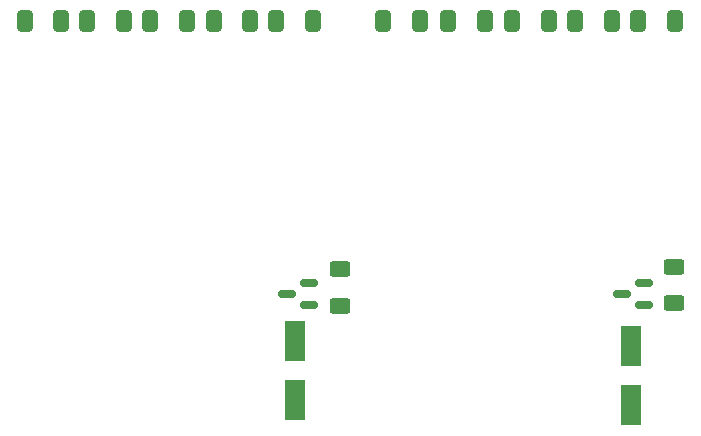
<source format=gtp>
G04 #@! TF.GenerationSoftware,KiCad,Pcbnew,6.0.11+dfsg-1*
G04 #@! TF.CreationDate,2025-03-22T20:51:54+01:00*
G04 #@! TF.ProjectId,shootingrangepcb,73686f6f-7469-46e6-9772-616e67657063,rev?*
G04 #@! TF.SameCoordinates,Original*
G04 #@! TF.FileFunction,Paste,Top*
G04 #@! TF.FilePolarity,Positive*
%FSLAX46Y46*%
G04 Gerber Fmt 4.6, Leading zero omitted, Abs format (unit mm)*
G04 Created by KiCad (PCBNEW 6.0.11+dfsg-1) date 2025-03-22 20:51:54*
%MOMM*%
%LPD*%
G01*
G04 APERTURE LIST*
G04 Aperture macros list*
%AMRoundRect*
0 Rectangle with rounded corners*
0 $1 Rounding radius*
0 $2 $3 $4 $5 $6 $7 $8 $9 X,Y pos of 4 corners*
0 Add a 4 corners polygon primitive as box body*
4,1,4,$2,$3,$4,$5,$6,$7,$8,$9,$2,$3,0*
0 Add four circle primitives for the rounded corners*
1,1,$1+$1,$2,$3*
1,1,$1+$1,$4,$5*
1,1,$1+$1,$6,$7*
1,1,$1+$1,$8,$9*
0 Add four rect primitives between the rounded corners*
20,1,$1+$1,$2,$3,$4,$5,0*
20,1,$1+$1,$4,$5,$6,$7,0*
20,1,$1+$1,$6,$7,$8,$9,0*
20,1,$1+$1,$8,$9,$2,$3,0*%
G04 Aperture macros list end*
%ADD10RoundRect,0.250000X0.412500X0.650000X-0.412500X0.650000X-0.412500X-0.650000X0.412500X-0.650000X0*%
%ADD11RoundRect,0.150000X0.587500X0.150000X-0.587500X0.150000X-0.587500X-0.150000X0.587500X-0.150000X0*%
%ADD12RoundRect,0.250000X-0.625000X0.400000X-0.625000X-0.400000X0.625000X-0.400000X0.625000X0.400000X0*%
%ADD13R,1.800000X3.500000*%
G04 APERTURE END LIST*
D10*
X138462500Y-59900000D03*
X135337500Y-59900000D03*
X143962500Y-59900000D03*
X140837500Y-59900000D03*
X154725000Y-59900000D03*
X151600000Y-59900000D03*
D11*
X157437500Y-83950000D03*
X157437500Y-82050000D03*
X155562500Y-83000000D03*
D10*
X124100000Y-59900000D03*
X120975000Y-59900000D03*
D12*
X160000000Y-80700000D03*
X160000000Y-83800000D03*
D10*
X108100000Y-59900000D03*
X104975000Y-59900000D03*
D13*
X156300000Y-92400000D03*
X156300000Y-87400000D03*
D10*
X118762500Y-59900000D03*
X115637500Y-59900000D03*
X129400000Y-59900000D03*
X126275000Y-59900000D03*
D11*
X129037500Y-83950000D03*
X129037500Y-82050000D03*
X127162500Y-83000000D03*
D12*
X131700000Y-80900000D03*
X131700000Y-84000000D03*
D10*
X113400000Y-59900000D03*
X110275000Y-59900000D03*
X149362500Y-59900000D03*
X146237500Y-59900000D03*
D13*
X127900000Y-92000000D03*
X127900000Y-87000000D03*
D10*
X160025000Y-59900000D03*
X156900000Y-59900000D03*
M02*

</source>
